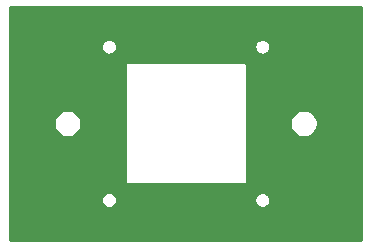
<source format=gbr>
G04 #@! TF.GenerationSoftware,KiCad,Pcbnew,5.1.5-52549c5~84~ubuntu18.04.1*
G04 #@! TF.CreationDate,2020-05-23T22:27:17-03:00*
G04 #@! TF.ProjectId,SampleHolder_Cryo,53616d70-6c65-4486-9f6c-6465725f4372,rev?*
G04 #@! TF.SameCoordinates,Original*
G04 #@! TF.FileFunction,Copper,L2,Bot*
G04 #@! TF.FilePolarity,Positive*
%FSLAX46Y46*%
G04 Gerber Fmt 4.6, Leading zero omitted, Abs format (unit mm)*
G04 Created by KiCad (PCBNEW 5.1.5-52549c5~84~ubuntu18.04.1) date 2020-05-23 22:27:17*
%MOMM*%
%LPD*%
G04 APERTURE LIST*
%ADD10C,0.254000*%
G04 APERTURE END LIST*
D10*
G36*
X164838001Y-101838000D02*
G01*
X135162000Y-101838000D01*
X135162000Y-98433152D01*
X142821284Y-98433152D01*
X142821284Y-98566848D01*
X142847367Y-98697974D01*
X142898530Y-98821493D01*
X142972807Y-98932656D01*
X143067344Y-99027193D01*
X143178507Y-99101470D01*
X143302026Y-99152633D01*
X143433152Y-99178716D01*
X143566848Y-99178716D01*
X143697974Y-99152633D01*
X143821493Y-99101470D01*
X143932656Y-99027193D01*
X144027193Y-98932656D01*
X144101470Y-98821493D01*
X144152633Y-98697974D01*
X144178716Y-98566848D01*
X144178716Y-98433152D01*
X155821284Y-98433152D01*
X155821284Y-98566848D01*
X155847367Y-98697974D01*
X155898530Y-98821493D01*
X155972807Y-98932656D01*
X156067344Y-99027193D01*
X156178507Y-99101470D01*
X156302026Y-99152633D01*
X156433152Y-99178716D01*
X156566848Y-99178716D01*
X156697974Y-99152633D01*
X156821493Y-99101470D01*
X156932656Y-99027193D01*
X157027193Y-98932656D01*
X157101470Y-98821493D01*
X157152633Y-98697974D01*
X157178716Y-98566848D01*
X157178716Y-98433152D01*
X157152633Y-98302026D01*
X157101470Y-98178507D01*
X157027193Y-98067344D01*
X156932656Y-97972807D01*
X156821493Y-97898530D01*
X156697974Y-97847367D01*
X156566848Y-97821284D01*
X156433152Y-97821284D01*
X156302026Y-97847367D01*
X156178507Y-97898530D01*
X156067344Y-97972807D01*
X155972807Y-98067344D01*
X155898530Y-98178507D01*
X155847367Y-98302026D01*
X155821284Y-98433152D01*
X144178716Y-98433152D01*
X144152633Y-98302026D01*
X144101470Y-98178507D01*
X144027193Y-98067344D01*
X143932656Y-97972807D01*
X143821493Y-97898530D01*
X143697974Y-97847367D01*
X143566848Y-97821284D01*
X143433152Y-97821284D01*
X143302026Y-97847367D01*
X143178507Y-97898530D01*
X143067344Y-97972807D01*
X142972807Y-98067344D01*
X142898530Y-98178507D01*
X142847367Y-98302026D01*
X142821284Y-98433152D01*
X135162000Y-98433152D01*
X135162000Y-91884144D01*
X138823692Y-91884144D01*
X138823692Y-92115856D01*
X138868897Y-92343116D01*
X138957569Y-92557191D01*
X139086302Y-92749853D01*
X139250147Y-92913698D01*
X139442809Y-93042431D01*
X139656884Y-93131103D01*
X139884144Y-93176308D01*
X140115856Y-93176308D01*
X140343116Y-93131103D01*
X140557191Y-93042431D01*
X140749853Y-92913698D01*
X140913698Y-92749853D01*
X141042431Y-92557191D01*
X141131103Y-92343116D01*
X141176308Y-92115856D01*
X141176308Y-91884144D01*
X141131103Y-91656884D01*
X141042431Y-91442809D01*
X140913698Y-91250147D01*
X140749853Y-91086302D01*
X140557191Y-90957569D01*
X140343116Y-90868897D01*
X140115856Y-90823692D01*
X139884144Y-90823692D01*
X139656884Y-90868897D01*
X139442809Y-90957569D01*
X139250147Y-91086302D01*
X139086302Y-91250147D01*
X138957569Y-91442809D01*
X138868897Y-91656884D01*
X138823692Y-91884144D01*
X135162000Y-91884144D01*
X135162000Y-87000000D01*
X144837217Y-87000000D01*
X144838001Y-87007960D01*
X144838000Y-96992051D01*
X144837217Y-97000000D01*
X144840345Y-97031757D01*
X144849608Y-97062294D01*
X144864651Y-97090437D01*
X144884895Y-97115105D01*
X144909563Y-97135349D01*
X144937706Y-97150392D01*
X144968243Y-97159655D01*
X145000000Y-97162783D01*
X145007949Y-97162000D01*
X154992051Y-97162000D01*
X155000000Y-97162783D01*
X155007949Y-97162000D01*
X155031757Y-97159655D01*
X155062294Y-97150392D01*
X155090437Y-97135349D01*
X155115105Y-97115105D01*
X155135349Y-97090437D01*
X155150392Y-97062294D01*
X155159655Y-97031757D01*
X155162783Y-97000000D01*
X155162000Y-96992051D01*
X155162000Y-91884144D01*
X158823692Y-91884144D01*
X158823692Y-92115856D01*
X158868897Y-92343116D01*
X158957569Y-92557191D01*
X159086302Y-92749853D01*
X159250147Y-92913698D01*
X159442809Y-93042431D01*
X159656884Y-93131103D01*
X159884144Y-93176308D01*
X160115856Y-93176308D01*
X160343116Y-93131103D01*
X160557191Y-93042431D01*
X160749853Y-92913698D01*
X160913698Y-92749853D01*
X161042431Y-92557191D01*
X161131103Y-92343116D01*
X161176308Y-92115856D01*
X161176308Y-91884144D01*
X161131103Y-91656884D01*
X161042431Y-91442809D01*
X160913698Y-91250147D01*
X160749853Y-91086302D01*
X160557191Y-90957569D01*
X160343116Y-90868897D01*
X160115856Y-90823692D01*
X159884144Y-90823692D01*
X159656884Y-90868897D01*
X159442809Y-90957569D01*
X159250147Y-91086302D01*
X159086302Y-91250147D01*
X158957569Y-91442809D01*
X158868897Y-91656884D01*
X158823692Y-91884144D01*
X155162000Y-91884144D01*
X155162000Y-87007949D01*
X155162783Y-87000000D01*
X155159655Y-86968243D01*
X155150392Y-86937706D01*
X155135349Y-86909563D01*
X155115105Y-86884895D01*
X155090437Y-86864651D01*
X155062294Y-86849608D01*
X155031757Y-86840345D01*
X155007949Y-86838000D01*
X155000000Y-86837217D01*
X154992051Y-86838000D01*
X145007949Y-86838000D01*
X145000000Y-86837217D01*
X144992051Y-86838000D01*
X144968243Y-86840345D01*
X144937706Y-86849608D01*
X144909563Y-86864651D01*
X144884895Y-86884895D01*
X144864651Y-86909563D01*
X144849608Y-86937706D01*
X144840345Y-86968243D01*
X144837217Y-87000000D01*
X135162000Y-87000000D01*
X135162000Y-85433152D01*
X142821284Y-85433152D01*
X142821284Y-85566848D01*
X142847367Y-85697974D01*
X142898530Y-85821493D01*
X142972807Y-85932656D01*
X143067344Y-86027193D01*
X143178507Y-86101470D01*
X143302026Y-86152633D01*
X143433152Y-86178716D01*
X143566848Y-86178716D01*
X143697974Y-86152633D01*
X143821493Y-86101470D01*
X143932656Y-86027193D01*
X144027193Y-85932656D01*
X144101470Y-85821493D01*
X144152633Y-85697974D01*
X144178716Y-85566848D01*
X144178716Y-85433152D01*
X155821284Y-85433152D01*
X155821284Y-85566848D01*
X155847367Y-85697974D01*
X155898530Y-85821493D01*
X155972807Y-85932656D01*
X156067344Y-86027193D01*
X156178507Y-86101470D01*
X156302026Y-86152633D01*
X156433152Y-86178716D01*
X156566848Y-86178716D01*
X156697974Y-86152633D01*
X156821493Y-86101470D01*
X156932656Y-86027193D01*
X157027193Y-85932656D01*
X157101470Y-85821493D01*
X157152633Y-85697974D01*
X157178716Y-85566848D01*
X157178716Y-85433152D01*
X157152633Y-85302026D01*
X157101470Y-85178507D01*
X157027193Y-85067344D01*
X156932656Y-84972807D01*
X156821493Y-84898530D01*
X156697974Y-84847367D01*
X156566848Y-84821284D01*
X156433152Y-84821284D01*
X156302026Y-84847367D01*
X156178507Y-84898530D01*
X156067344Y-84972807D01*
X155972807Y-85067344D01*
X155898530Y-85178507D01*
X155847367Y-85302026D01*
X155821284Y-85433152D01*
X144178716Y-85433152D01*
X144152633Y-85302026D01*
X144101470Y-85178507D01*
X144027193Y-85067344D01*
X143932656Y-84972807D01*
X143821493Y-84898530D01*
X143697974Y-84847367D01*
X143566848Y-84821284D01*
X143433152Y-84821284D01*
X143302026Y-84847367D01*
X143178507Y-84898530D01*
X143067344Y-84972807D01*
X142972807Y-85067344D01*
X142898530Y-85178507D01*
X142847367Y-85302026D01*
X142821284Y-85433152D01*
X135162000Y-85433152D01*
X135162000Y-82162000D01*
X164838000Y-82162000D01*
X164838001Y-101838000D01*
G37*
X164838001Y-101838000D02*
X135162000Y-101838000D01*
X135162000Y-98433152D01*
X142821284Y-98433152D01*
X142821284Y-98566848D01*
X142847367Y-98697974D01*
X142898530Y-98821493D01*
X142972807Y-98932656D01*
X143067344Y-99027193D01*
X143178507Y-99101470D01*
X143302026Y-99152633D01*
X143433152Y-99178716D01*
X143566848Y-99178716D01*
X143697974Y-99152633D01*
X143821493Y-99101470D01*
X143932656Y-99027193D01*
X144027193Y-98932656D01*
X144101470Y-98821493D01*
X144152633Y-98697974D01*
X144178716Y-98566848D01*
X144178716Y-98433152D01*
X155821284Y-98433152D01*
X155821284Y-98566848D01*
X155847367Y-98697974D01*
X155898530Y-98821493D01*
X155972807Y-98932656D01*
X156067344Y-99027193D01*
X156178507Y-99101470D01*
X156302026Y-99152633D01*
X156433152Y-99178716D01*
X156566848Y-99178716D01*
X156697974Y-99152633D01*
X156821493Y-99101470D01*
X156932656Y-99027193D01*
X157027193Y-98932656D01*
X157101470Y-98821493D01*
X157152633Y-98697974D01*
X157178716Y-98566848D01*
X157178716Y-98433152D01*
X157152633Y-98302026D01*
X157101470Y-98178507D01*
X157027193Y-98067344D01*
X156932656Y-97972807D01*
X156821493Y-97898530D01*
X156697974Y-97847367D01*
X156566848Y-97821284D01*
X156433152Y-97821284D01*
X156302026Y-97847367D01*
X156178507Y-97898530D01*
X156067344Y-97972807D01*
X155972807Y-98067344D01*
X155898530Y-98178507D01*
X155847367Y-98302026D01*
X155821284Y-98433152D01*
X144178716Y-98433152D01*
X144152633Y-98302026D01*
X144101470Y-98178507D01*
X144027193Y-98067344D01*
X143932656Y-97972807D01*
X143821493Y-97898530D01*
X143697974Y-97847367D01*
X143566848Y-97821284D01*
X143433152Y-97821284D01*
X143302026Y-97847367D01*
X143178507Y-97898530D01*
X143067344Y-97972807D01*
X142972807Y-98067344D01*
X142898530Y-98178507D01*
X142847367Y-98302026D01*
X142821284Y-98433152D01*
X135162000Y-98433152D01*
X135162000Y-91884144D01*
X138823692Y-91884144D01*
X138823692Y-92115856D01*
X138868897Y-92343116D01*
X138957569Y-92557191D01*
X139086302Y-92749853D01*
X139250147Y-92913698D01*
X139442809Y-93042431D01*
X139656884Y-93131103D01*
X139884144Y-93176308D01*
X140115856Y-93176308D01*
X140343116Y-93131103D01*
X140557191Y-93042431D01*
X140749853Y-92913698D01*
X140913698Y-92749853D01*
X141042431Y-92557191D01*
X141131103Y-92343116D01*
X141176308Y-92115856D01*
X141176308Y-91884144D01*
X141131103Y-91656884D01*
X141042431Y-91442809D01*
X140913698Y-91250147D01*
X140749853Y-91086302D01*
X140557191Y-90957569D01*
X140343116Y-90868897D01*
X140115856Y-90823692D01*
X139884144Y-90823692D01*
X139656884Y-90868897D01*
X139442809Y-90957569D01*
X139250147Y-91086302D01*
X139086302Y-91250147D01*
X138957569Y-91442809D01*
X138868897Y-91656884D01*
X138823692Y-91884144D01*
X135162000Y-91884144D01*
X135162000Y-87000000D01*
X144837217Y-87000000D01*
X144838001Y-87007960D01*
X144838000Y-96992051D01*
X144837217Y-97000000D01*
X144840345Y-97031757D01*
X144849608Y-97062294D01*
X144864651Y-97090437D01*
X144884895Y-97115105D01*
X144909563Y-97135349D01*
X144937706Y-97150392D01*
X144968243Y-97159655D01*
X145000000Y-97162783D01*
X145007949Y-97162000D01*
X154992051Y-97162000D01*
X155000000Y-97162783D01*
X155007949Y-97162000D01*
X155031757Y-97159655D01*
X155062294Y-97150392D01*
X155090437Y-97135349D01*
X155115105Y-97115105D01*
X155135349Y-97090437D01*
X155150392Y-97062294D01*
X155159655Y-97031757D01*
X155162783Y-97000000D01*
X155162000Y-96992051D01*
X155162000Y-91884144D01*
X158823692Y-91884144D01*
X158823692Y-92115856D01*
X158868897Y-92343116D01*
X158957569Y-92557191D01*
X159086302Y-92749853D01*
X159250147Y-92913698D01*
X159442809Y-93042431D01*
X159656884Y-93131103D01*
X159884144Y-93176308D01*
X160115856Y-93176308D01*
X160343116Y-93131103D01*
X160557191Y-93042431D01*
X160749853Y-92913698D01*
X160913698Y-92749853D01*
X161042431Y-92557191D01*
X161131103Y-92343116D01*
X161176308Y-92115856D01*
X161176308Y-91884144D01*
X161131103Y-91656884D01*
X161042431Y-91442809D01*
X160913698Y-91250147D01*
X160749853Y-91086302D01*
X160557191Y-90957569D01*
X160343116Y-90868897D01*
X160115856Y-90823692D01*
X159884144Y-90823692D01*
X159656884Y-90868897D01*
X159442809Y-90957569D01*
X159250147Y-91086302D01*
X159086302Y-91250147D01*
X158957569Y-91442809D01*
X158868897Y-91656884D01*
X158823692Y-91884144D01*
X155162000Y-91884144D01*
X155162000Y-87007949D01*
X155162783Y-87000000D01*
X155159655Y-86968243D01*
X155150392Y-86937706D01*
X155135349Y-86909563D01*
X155115105Y-86884895D01*
X155090437Y-86864651D01*
X155062294Y-86849608D01*
X155031757Y-86840345D01*
X155007949Y-86838000D01*
X155000000Y-86837217D01*
X154992051Y-86838000D01*
X145007949Y-86838000D01*
X145000000Y-86837217D01*
X144992051Y-86838000D01*
X144968243Y-86840345D01*
X144937706Y-86849608D01*
X144909563Y-86864651D01*
X144884895Y-86884895D01*
X144864651Y-86909563D01*
X144849608Y-86937706D01*
X144840345Y-86968243D01*
X144837217Y-87000000D01*
X135162000Y-87000000D01*
X135162000Y-85433152D01*
X142821284Y-85433152D01*
X142821284Y-85566848D01*
X142847367Y-85697974D01*
X142898530Y-85821493D01*
X142972807Y-85932656D01*
X143067344Y-86027193D01*
X143178507Y-86101470D01*
X143302026Y-86152633D01*
X143433152Y-86178716D01*
X143566848Y-86178716D01*
X143697974Y-86152633D01*
X143821493Y-86101470D01*
X143932656Y-86027193D01*
X144027193Y-85932656D01*
X144101470Y-85821493D01*
X144152633Y-85697974D01*
X144178716Y-85566848D01*
X144178716Y-85433152D01*
X155821284Y-85433152D01*
X155821284Y-85566848D01*
X155847367Y-85697974D01*
X155898530Y-85821493D01*
X155972807Y-85932656D01*
X156067344Y-86027193D01*
X156178507Y-86101470D01*
X156302026Y-86152633D01*
X156433152Y-86178716D01*
X156566848Y-86178716D01*
X156697974Y-86152633D01*
X156821493Y-86101470D01*
X156932656Y-86027193D01*
X157027193Y-85932656D01*
X157101470Y-85821493D01*
X157152633Y-85697974D01*
X157178716Y-85566848D01*
X157178716Y-85433152D01*
X157152633Y-85302026D01*
X157101470Y-85178507D01*
X157027193Y-85067344D01*
X156932656Y-84972807D01*
X156821493Y-84898530D01*
X156697974Y-84847367D01*
X156566848Y-84821284D01*
X156433152Y-84821284D01*
X156302026Y-84847367D01*
X156178507Y-84898530D01*
X156067344Y-84972807D01*
X155972807Y-85067344D01*
X155898530Y-85178507D01*
X155847367Y-85302026D01*
X155821284Y-85433152D01*
X144178716Y-85433152D01*
X144152633Y-85302026D01*
X144101470Y-85178507D01*
X144027193Y-85067344D01*
X143932656Y-84972807D01*
X143821493Y-84898530D01*
X143697974Y-84847367D01*
X143566848Y-84821284D01*
X143433152Y-84821284D01*
X143302026Y-84847367D01*
X143178507Y-84898530D01*
X143067344Y-84972807D01*
X142972807Y-85067344D01*
X142898530Y-85178507D01*
X142847367Y-85302026D01*
X142821284Y-85433152D01*
X135162000Y-85433152D01*
X135162000Y-82162000D01*
X164838000Y-82162000D01*
X164838001Y-101838000D01*
M02*

</source>
